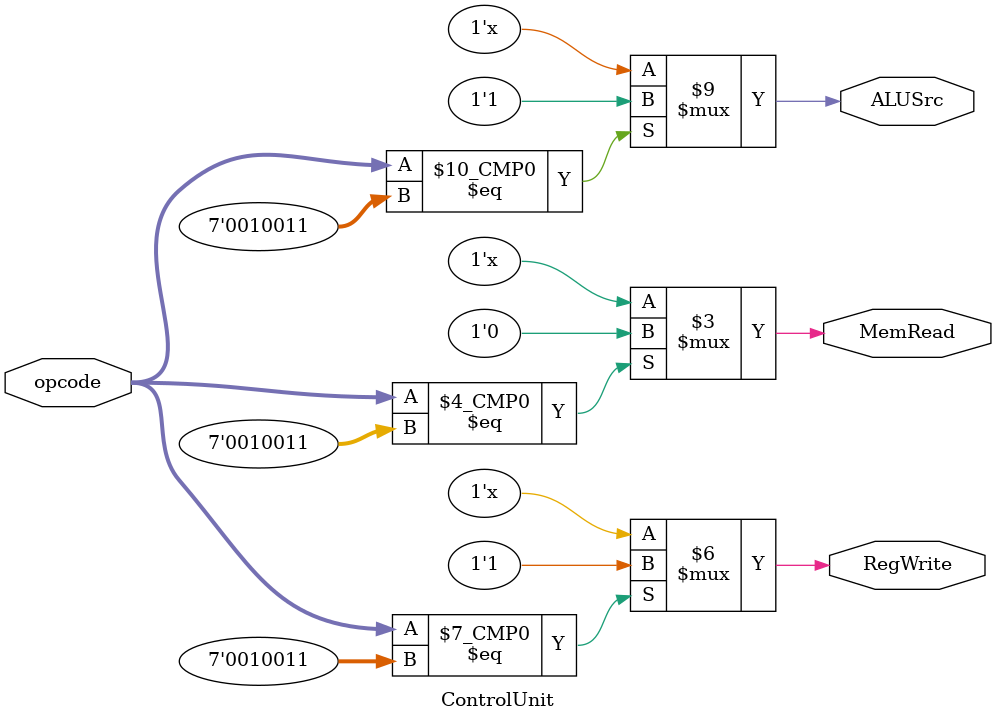
<source format=v>
module ControlUnit (
    input [6:0] opcode,
    output reg ALUSrc,
    output reg RegWrite,
    output reg MemRead
    // ... Other control signals
);

always @(*) begin
    // ... Set control signals based on the opcode
    case (opcode)
        7'b0010011: begin // For example, I-Type ALU instruction
            ALUSrc = 1;
            RegWrite = 1;
            MemRead = 0;
            // ...
        end
        // ... Other opcodes
    endcase
end

endmodule

</source>
